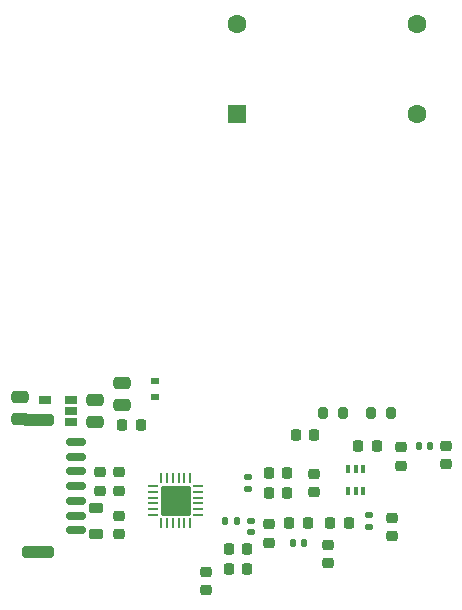
<source format=gbr>
%TF.GenerationSoftware,KiCad,Pcbnew,6.0.4-6f826c9f35~116~ubuntu20.04.1*%
%TF.CreationDate,2022-06-02T21:43:18+00:00*%
%TF.ProjectId,TFLORA01B,54464c4f-5241-4303-9142-2e6b69636164,rev?*%
%TF.SameCoordinates,Original*%
%TF.FileFunction,Soldermask,Bot*%
%TF.FilePolarity,Negative*%
%FSLAX46Y46*%
G04 Gerber Fmt 4.6, Leading zero omitted, Abs format (unit mm)*
G04 Created by KiCad (PCBNEW 6.0.4-6f826c9f35~116~ubuntu20.04.1) date 2022-06-02 21:43:18*
%MOMM*%
%LPD*%
G01*
G04 APERTURE LIST*
G04 Aperture macros list*
%AMRoundRect*
0 Rectangle with rounded corners*
0 $1 Rounding radius*
0 $2 $3 $4 $5 $6 $7 $8 $9 X,Y pos of 4 corners*
0 Add a 4 corners polygon primitive as box body*
4,1,4,$2,$3,$4,$5,$6,$7,$8,$9,$2,$3,0*
0 Add four circle primitives for the rounded corners*
1,1,$1+$1,$2,$3*
1,1,$1+$1,$4,$5*
1,1,$1+$1,$6,$7*
1,1,$1+$1,$8,$9*
0 Add four rect primitives between the rounded corners*
20,1,$1+$1,$2,$3,$4,$5,0*
20,1,$1+$1,$4,$5,$6,$7,0*
20,1,$1+$1,$6,$7,$8,$9,0*
20,1,$1+$1,$8,$9,$2,$3,0*%
G04 Aperture macros list end*
%ADD10R,1.600000X1.600000*%
%ADD11C,1.600000*%
%ADD12RoundRect,0.225000X0.250000X-0.225000X0.250000X0.225000X-0.250000X0.225000X-0.250000X-0.225000X0*%
%ADD13RoundRect,0.225000X0.225000X0.250000X-0.225000X0.250000X-0.225000X-0.250000X0.225000X-0.250000X0*%
%ADD14RoundRect,0.225000X-0.225000X-0.250000X0.225000X-0.250000X0.225000X0.250000X-0.225000X0.250000X0*%
%ADD15RoundRect,0.062500X0.062500X-0.350000X0.062500X0.350000X-0.062500X0.350000X-0.062500X-0.350000X0*%
%ADD16RoundRect,0.062500X0.350000X-0.062500X0.350000X0.062500X-0.350000X0.062500X-0.350000X-0.062500X0*%
%ADD17RoundRect,0.250000X1.050000X-1.050000X1.050000X1.050000X-1.050000X1.050000X-1.050000X-1.050000X0*%
%ADD18RoundRect,0.200000X-0.200000X-0.275000X0.200000X-0.275000X0.200000X0.275000X-0.200000X0.275000X0*%
%ADD19RoundRect,0.147500X-0.172500X0.147500X-0.172500X-0.147500X0.172500X-0.147500X0.172500X0.147500X0*%
%ADD20RoundRect,0.147500X-0.147500X-0.172500X0.147500X-0.172500X0.147500X0.172500X-0.147500X0.172500X0*%
%ADD21RoundRect,0.218750X0.381250X-0.218750X0.381250X0.218750X-0.381250X0.218750X-0.381250X-0.218750X0*%
%ADD22RoundRect,0.147500X0.172500X-0.147500X0.172500X0.147500X-0.172500X0.147500X-0.172500X-0.147500X0*%
%ADD23RoundRect,0.225000X-0.250000X0.225000X-0.250000X-0.225000X0.250000X-0.225000X0.250000X0.225000X0*%
%ADD24R,1.060000X0.650000*%
%ADD25RoundRect,0.250000X0.475000X-0.250000X0.475000X0.250000X-0.475000X0.250000X-0.475000X-0.250000X0*%
%ADD26RoundRect,0.250000X-0.475000X0.250000X-0.475000X-0.250000X0.475000X-0.250000X0.475000X0.250000X0*%
%ADD27R,0.400000X0.650000*%
%ADD28R,0.700000X0.600000*%
%ADD29RoundRect,0.200000X0.200000X0.275000X-0.200000X0.275000X-0.200000X-0.275000X0.200000X-0.275000X0*%
%ADD30RoundRect,0.150000X0.700000X-0.150000X0.700000X0.150000X-0.700000X0.150000X-0.700000X-0.150000X0*%
%ADD31RoundRect,0.250000X1.100000X-0.250000X1.100000X0.250000X-1.100000X0.250000X-1.100000X-0.250000X0*%
G04 APERTURE END LIST*
D10*
%TO.C,X1*%
X155079200Y-84908000D03*
D11*
X170319200Y-84908000D03*
X170319200Y-77288000D03*
X155079200Y-77288000D03*
%TD*%
D12*
%TO.C,C19*%
X168949600Y-114705000D03*
X168949600Y-113155000D03*
%TD*%
D13*
%TO.C,C18*%
X161571000Y-112141000D03*
X160021000Y-112141000D03*
%TD*%
D12*
%TO.C,C12*%
X161558000Y-116921000D03*
X161558000Y-115371000D03*
%TD*%
%TO.C,C22*%
X172720000Y-114567000D03*
X172720000Y-113017000D03*
%TD*%
%TO.C,C4*%
X145058000Y-120521000D03*
X145058000Y-118971000D03*
%TD*%
%TO.C,C5*%
X143458000Y-116821000D03*
X143458000Y-115271000D03*
%TD*%
%TO.C,C1*%
X152458000Y-125235000D03*
X152458000Y-123685000D03*
%TD*%
D13*
%TO.C,C10*%
X159285000Y-117046000D03*
X157735000Y-117046000D03*
%TD*%
D12*
%TO.C,C6*%
X145058000Y-116821000D03*
X145058000Y-115271000D03*
%TD*%
D14*
%TO.C,C8*%
X157735000Y-115316000D03*
X159285000Y-115316000D03*
%TD*%
D15*
%TO.C,U1*%
X151108000Y-119583500D03*
X150608000Y-119583500D03*
X150108000Y-119583500D03*
X149608000Y-119583500D03*
X149108000Y-119583500D03*
X148608000Y-119583500D03*
D16*
X147920500Y-118896000D03*
X147920500Y-118396000D03*
X147920500Y-117896000D03*
X147920500Y-117396000D03*
X147920500Y-116896000D03*
X147920500Y-116396000D03*
D15*
X148608000Y-115708500D03*
X149108000Y-115708500D03*
X149608000Y-115708500D03*
X150108000Y-115708500D03*
X150608000Y-115708500D03*
X151108000Y-115708500D03*
D16*
X151795500Y-116396000D03*
X151795500Y-116896000D03*
X151795500Y-117396000D03*
X151795500Y-117896000D03*
X151795500Y-118396000D03*
X151795500Y-118896000D03*
D17*
X149858000Y-117646000D03*
%TD*%
D18*
%TO.C,R1*%
X166408500Y-110236000D03*
X168058500Y-110236000D03*
%TD*%
D19*
%TO.C,L2*%
X155970000Y-115661000D03*
X155970000Y-116631000D03*
%TD*%
D20*
%TO.C,L7*%
X170464600Y-113030000D03*
X171434600Y-113030000D03*
%TD*%
D21*
%TO.C,L1*%
X143158000Y-120442500D03*
X143158000Y-118317500D03*
%TD*%
D22*
%TO.C,L4*%
X156258000Y-120331000D03*
X156258000Y-119361000D03*
%TD*%
%TO.C,L6*%
X166217600Y-119865000D03*
X166217600Y-118895000D03*
%TD*%
D20*
%TO.C,L5*%
X159773000Y-121246000D03*
X160743000Y-121246000D03*
%TD*%
D13*
%TO.C,C13*%
X161033000Y-119546000D03*
X159483000Y-119546000D03*
%TD*%
D23*
%TO.C,C16*%
X168148000Y-119113000D03*
X168148000Y-120663000D03*
%TD*%
D13*
%TO.C,C17*%
X166879600Y-113030000D03*
X165329600Y-113030000D03*
%TD*%
D23*
%TO.C,C14*%
X162758000Y-121385000D03*
X162758000Y-122935000D03*
%TD*%
%TO.C,C11*%
X157758000Y-119671000D03*
X157758000Y-121221000D03*
%TD*%
D13*
%TO.C,C15*%
X164514800Y-119532400D03*
X162964800Y-119532400D03*
%TD*%
%TO.C,C9*%
X155908000Y-121746000D03*
X154358000Y-121746000D03*
%TD*%
%TO.C,C7*%
X155908000Y-123446000D03*
X154358000Y-123446000D03*
%TD*%
D20*
%TO.C,L3*%
X154073000Y-119346000D03*
X155043000Y-119346000D03*
%TD*%
D14*
%TO.C,C2*%
X145363000Y-111252000D03*
X146913000Y-111252000D03*
%TD*%
D24*
%TO.C,U2*%
X141038000Y-109102000D03*
X141038000Y-110052000D03*
X141038000Y-111002000D03*
X138838000Y-111002000D03*
X138838000Y-109102000D03*
%TD*%
D25*
%TO.C,C24*%
X136652000Y-110741500D03*
X136652000Y-108841500D03*
%TD*%
D26*
%TO.C,C21*%
X143038000Y-109102000D03*
X143038000Y-111002000D03*
%TD*%
D25*
%TO.C,C25*%
X145288000Y-109598500D03*
X145288000Y-107698500D03*
%TD*%
D27*
%TO.C,U3*%
X165750000Y-116836000D03*
X165100000Y-116836000D03*
X164450000Y-116836000D03*
X164450000Y-114936000D03*
X165100000Y-114936000D03*
X165750000Y-114936000D03*
%TD*%
D28*
%TO.C,D1*%
X148132800Y-108904000D03*
X148132800Y-107504000D03*
%TD*%
D29*
%TO.C,R2*%
X163994500Y-110236000D03*
X162344500Y-110236000D03*
%TD*%
D30*
%TO.C,J1*%
X141397600Y-120183600D03*
X141397600Y-118933600D03*
X141397600Y-117683600D03*
X141397600Y-116433600D03*
X141397600Y-115183600D03*
X141397600Y-113933600D03*
X141397600Y-112683600D03*
D31*
X138197600Y-122033600D03*
X138197600Y-110833600D03*
%TD*%
M02*

</source>
